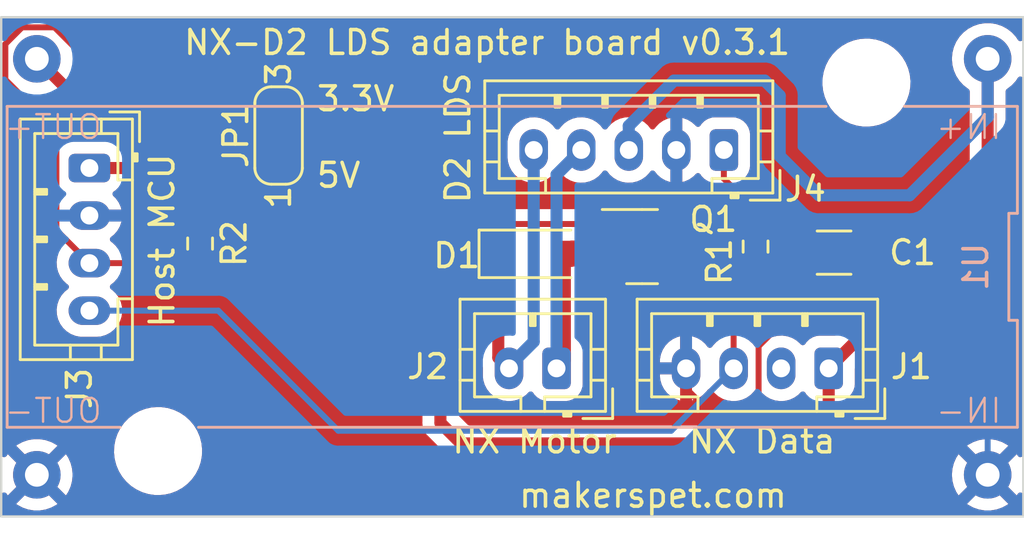
<source format=kicad_pcb>
(kicad_pcb (version 20221018) (generator pcbnew)
  (title_block (title "Neato XV11/Delta-2A/B/G LDS Adaptor") (date "2024-03-08") (rev "0.3.1") (company "makerspet.com"))
  (layers (0 "F.Cu" signal) (31 "B.Cu" signal) (34 "B.Paste" user) (35 "F.Paste" user) (36 "B.SilkS" user "B.Silkscreen") (37 "F.SilkS" user "F.Silkscreen") (38 "B.Mask" user) (39 "F.Mask" user) (44 "Edge.Cuts" user))
  (net 0 "")
  (net 1 "+5V")
  (net 2 "/MOT-")
  (net 4 "/TX")
  (net 5 "GND")
  (net 6 "/MOT+")
  (net 7 "/MOT_EN")
  (net 8 "+3.3V")
  (net 9 "Net-(J4-Pin_1)")
  (footprint "Package_TO_SOT_SMD:SOT-23" (layer "F.Cu") (at 105.4608 49.149)
    (fp_text reference "Q1" (at 2.9972 -1.143) (layer "F.SilkS"))
    (fp_text value "AS2302" hide)
    (fp_line (start 0 -1.56) (end -1.675 -1.56) (stroke (width 0.12)) (layer "F.SilkS"))
    (fp_line (start 0 -1.56) (end 0.65 -1.56) (stroke (width 0.12)) (layer "F.SilkS"))
    (fp_line (start 0 1.56) (end -0.65 1.56) (stroke (width 0.12)) (layer "F.SilkS"))
    (fp_line (start 0 1.56) (end 0.65 1.56) (stroke (width 0.12)) (layer "F.SilkS"))
    (pad "1" smd roundrect (at -0.9375 -0.95) (size 1.475 0.6) (layers "F.Cu" "F.Paste" "F.Mask") (net 7 "/MOT_EN"))
    (pad "2" smd roundrect (at -0.9375 0.95) (size 1.475 0.6) (layers "F.Cu" "F.Paste" "F.Mask") (net 5 "GND"))
    (pad "3" smd roundrect (at 0.9375 0) (size 1.475 0.6) (layers "F.Cu" "F.Paste" "F.Mask") (net 2 "/MOT-"))
  )
  (footprint "Connector_JST:JST_PH_B4B-PH-K_1x04_P2.00mm_Vertical" (layer "F.Cu") (at 82.211 45.8442 -90)
    (fp_text reference "J3" (at 9.2738 0.423 90) (layer "F.SilkS"))
    (fp_text value "JST PH B4B Vert" hide)
    (fp_line (start -2.36 -2.11) (end -2.36 -0.86) (stroke (width 0.12)) (layer "F.SilkS"))
    (fp_line (start -2.06 -1.81) (end -2.06 2.91) (stroke (width 0.12)) (layer "F.SilkS"))
    (fp_line (start -2.06 -0.5) (end -1.45 -0.5) (stroke (width 0.12)) (layer "F.SilkS"))
    (fp_line (start -2.06 0.8) (end -1.45 0.8) (stroke (width 0.12)) (layer "F.SilkS"))
    (fp_line (start -2.06 2.91) (end 8.06 2.91) (stroke (width 0.12)) (layer "F.SilkS"))
    (fp_line (start -1.45 -1.2) (end -1.45 2.3) (stroke (width 0.12)) (layer "F.SilkS"))
    (fp_line (start -1.45 2.3) (end 7.45 2.3) (stroke (width 0.12)) (layer "F.SilkS"))
    (fp_line (start -1.11 -2.11) (end -2.36 -2.11) (stroke (width 0.12)) (layer "F.SilkS"))
    (fp_line (start -0.6 -2.01) (end -0.6 -1.81) (stroke (width 0.12)) (layer "F.SilkS"))
    (fp_line (start -0.3 -2.01) (end -0.6 -2.01) (stroke (width 0.12)) (layer "F.SilkS"))
    (fp_line (start -0.3 -1.91) (end -0.6 -1.91) (stroke (width 0.12)) (layer "F.SilkS"))
    (fp_line (start -0.3 -1.81) (end -0.3 -2.01) (stroke (width 0.12)) (layer "F.SilkS"))
    (fp_line (start 0.5 -1.81) (end 0.5 -1.2) (stroke (width 0.12)) (layer "F.SilkS"))
    (fp_line (start 0.5 -1.2) (end -1.45 -1.2) (stroke (width 0.12)) (layer "F.SilkS"))
    (fp_line (start 0.9 1.8) (end 1.1 1.8) (stroke (width 0.12)) (layer "F.SilkS"))
    (fp_line (start 0.9 2.3) (end 0.9 1.8) (stroke (width 0.12)) (layer "F.SilkS"))
    (fp_line (start 1 2.3) (end 1 1.8) (stroke (width 0.12)) (layer "F.SilkS"))
    (fp_line (start 1.1 1.8) (end 1.1 2.3) (stroke (width 0.12)) (layer "F.SilkS"))
    (fp_line (start 2.9 1.8) (end 3.1 1.8) (stroke (width 0.12)) (layer "F.SilkS"))
    (fp_line (start 2.9 2.3) (end 2.9 1.8) (stroke (width 0.12)) (layer "F.SilkS"))
    (fp_line (start 3 2.3) (end 3 1.8) (stroke (width 0.12)) (layer "F.SilkS"))
    (fp_line (start 3.1 1.8) (end 3.1 2.3) (stroke (width 0.12)) (layer "F.SilkS"))
    (fp_line (start 4.9 1.8) (end 5.1 1.8) (stroke (width 0.12)) (layer "F.SilkS"))
    (fp_line (start 4.9 2.3) (end 4.9 1.8) (stroke (width 0.12)) (layer "F.SilkS"))
    (fp_line (start 5 2.3) (end 5 1.8) (stroke (width 0.12)) (layer "F.SilkS"))
    (fp_line (start 5.1 1.8) (end 5.1 2.3) (stroke (width 0.12)) (layer "F.SilkS"))
    (fp_line (start 5.5 -1.2) (end 5.5 -1.81) (stroke (width 0.12)) (layer "F.SilkS"))
    (fp_line (start 7.45 -1.2) (end 5.5 -1.2) (stroke (width 0.12)) (layer "F.SilkS"))
    (fp_line (start 7.45 2.3) (end 7.45 -1.2) (stroke (width 0.12)) (layer "F.SilkS"))
    (fp_line (start 8.06 -1.81) (end -2.06 -1.81) (stroke (width 0.12)) (layer "F.SilkS"))
    (fp_line (start 8.06 -0.5) (end 7.45 -0.5) (stroke (width 0.12)) (layer "F.SilkS"))
    (fp_line (start 8.06 0.8) (end 7.45 0.8) (stroke (width 0.12)) (layer "F.SilkS"))
    (fp_line (start 8.06 2.91) (end 8.06 -1.81) (stroke (width 0.12)) (layer "F.SilkS"))
    (pad "1" thru_hole roundrect (at 0 0 270) (size 1.2 1.75) (drill 0.75) (layers "*.Cu" "*.Mask") (roundrect_rratio 0.2083333333) (net 1 "+5V"))
    (pad "2" thru_hole oval (at 2 0 270) (size 1.2 1.75) (drill 0.75) (layers "*.Cu" "*.Mask") (net 5 "GND"))
    (pad "3" thru_hole oval (at 4 0 270) (size 1.2 1.75) (drill 0.75) (layers "*.Cu" "*.Mask") (net 7 "/MOT_EN"))
    (pad "4" thru_hole oval (at 6 0 270) (size 1.2 1.75) (drill 0.75) (layers "*.Cu" "*.Mask") (net 4 "/TX"))
  )
  (footprint "Diode_SMD:D_SOD-123F" (layer "F.Cu") (at 100.8126 49.4538)
    (fp_text reference "D1" (at -3.1496 0.0762) (layer "F.SilkS"))
    (fp_text value "FS26" hide)
    (fp_line (start -2.21 -1) (end -2.21 1) (stroke (width 0.12)) (layer "F.SilkS"))
    (fp_line (start -2.21 -1) (end 1.65 -1) (stroke (width 0.12)) (layer "F.SilkS"))
    (fp_line (start -2.21 1) (end 1.65 1) (stroke (width 0.12)) (layer "F.SilkS"))
    (pad "1" smd roundrect (at -1.4 0) (size 1.1 1.1) (layers "F.Cu" "F.Paste" "F.Mask") (roundrect_rratio 0.2272727273) (net 6 "/MOT+"))
    (pad "2" smd roundrect (at 1.4 0) (size 1.1 1.1) (layers "F.Cu" "F.Paste" "F.Mask") (roundrect_rratio 0.2272727273) (net 2 "/MOT-"))
  )
  (footprint "Resistor_SMD:R_0603_1608Metric" (layer "F.Cu") (at 110.236 49.149 90)
    (fp_text reference "R1" (at -0.635 -1.524 90) (layer "F.SilkS"))
    (fp_text value "10k" hide)
    (fp_line (start -0.237258 -0.5225) (end 0.237258 -0.5225) (stroke (width 0.12)) (layer "F.SilkS"))
    (fp_line (start -0.237258 0.5225) (end 0.237258 0.5225) (stroke (width 0.12)) (layer "F.SilkS"))
    (pad "1" smd roundrect (at -0.825 0 90) (size 0.8 0.95) (layers "F.Cu" "F.Paste" "F.Mask") (net 4 "/TX"))
    (pad "2" smd roundrect (at 0.825 0 90) (size 0.8 0.95) (layers "F.Cu" "F.Paste" "F.Mask") (net 9 "Net-(J4-Pin_1)"))
  )
  (footprint "Connector_JST:JST_PH_B5B-PH-K_1x05_P2.00mm_Vertical" (layer "F.Cu") (at 108.902 45.085 180)
    (fp_text reference "J4" (at -3.429 -1.651) (layer "F.SilkS"))
    (fp_text value "DNP JST PH2.0 B5B Vert" hide)
    (fp_line (start -2.36 -2.11) (end -2.36 -0.86) (stroke (width 0.12)) (layer "F.SilkS"))
    (fp_line (start -2.06 -1.81) (end -2.06 2.91) (stroke (width 0.12)) (layer "F.SilkS"))
    (fp_line (start -2.06 -0.5) (end -1.45 -0.5) (stroke (width 0.12)) (layer "F.SilkS"))
    (fp_line (start -2.06 0.8) (end -1.45 0.8) (stroke (width 0.12)) (layer "F.SilkS"))
    (fp_line (start -2.06 2.91) (end 10.06 2.91) (stroke (width 0.12)) (layer "F.SilkS"))
    (fp_line (start -1.45 -1.2) (end -1.45 2.3) (stroke (width 0.12)) (layer "F.SilkS"))
    (fp_line (start -1.45 2.3) (end 9.45 2.3) (stroke (width 0.12)) (layer "F.SilkS"))
    (fp_line (start -1.11 -2.11) (end -2.36 -2.11) (stroke (width 0.12)) (layer "F.SilkS"))
    (fp_line (start -0.6 -2.01) (end -0.6 -1.81) (stroke (width 0.12)) (layer "F.SilkS"))
    (fp_line (start -0.3 -2.01) (end -0.6 -2.01) (stroke (width 0.12)) (layer "F.SilkS"))
    (fp_line (start -0.3 -1.91) (end -0.6 -1.91) (stroke (width 0.12)) (layer "F.SilkS"))
    (fp_line (start -0.3 -1.81) (end -0.3 -2.01) (stroke (width 0.12)) (layer "F.SilkS"))
    (fp_line (start 0.5 -1.81) (end 0.5 -1.2) (stroke (width 0.12)) (layer "F.SilkS"))
    (fp_line (start 0.5 -1.2) (end -1.45 -1.2) (stroke (width 0.12)) (layer "F.SilkS"))
    (fp_line (start 0.9 1.8) (end 1.1 1.8) (stroke (width 0.12)) (layer "F.SilkS"))
    (fp_line (start 0.9 2.3) (end 0.9 1.8) (stroke (width 0.12)) (layer "F.SilkS"))
    (fp_line (start 1 2.3) (end 1 1.8) (stroke (width 0.12)) (layer "F.SilkS"))
    (fp_line (start 1.1 1.8) (end 1.1 2.3) (stroke (width 0.12)) (layer "F.SilkS"))
    (fp_line (start 2.9 1.8) (end 3.1 1.8) (stroke (width 0.12)) (layer "F.SilkS"))
    (fp_line (start 2.9 2.3) (end 2.9 1.8) (stroke (width 0.12)) (layer "F.SilkS"))
    (fp_line (start 3 2.3) (end 3 1.8) (stroke (width 0.12)) (layer "F.SilkS"))
    (fp_line (start 3.1 1.8) (end 3.1 2.3) (stroke (width 0.12)) (layer "F.SilkS"))
    (fp_line (start 4.9 1.8) (end 5.1 1.8) (stroke (width 0.12)) (layer "F.SilkS"))
    (fp_line (start 4.9 2.3) (end 4.9 1.8) (stroke (width 0.12)) (layer "F.SilkS"))
    (fp_line (start 5 2.3) (end 5 1.8) (stroke (width 0.12)) (layer "F.SilkS"))
    (fp_line (start 5.1 1.8) (end 5.1 2.3) (stroke (width 0.12)) (layer "F.SilkS"))
    (fp_line (start 6.9 1.8) (end 7.1 1.8) (stroke (width 0.12)) (layer "F.SilkS"))
    (fp_line (start 6.9 2.3) (end 6.9 1.8) (stroke (width 0.12)) (layer "F.SilkS"))
    (fp_line (start 7 2.3) (end 7 1.8) (stroke (width 0.12)) (layer "F.SilkS"))
    (fp_line (start 7.1 1.8) (end 7.1 2.3) (stroke (width 0.12)) (layer "F.SilkS"))
    (fp_line (start 7.5 -1.2) (end 7.5 -1.81) (stroke (width 0.12)) (layer "F.SilkS"))
    (fp_line (start 9.45 -1.2) (end 7.5 -1.2) (stroke (width 0.12)) (layer "F.SilkS"))
    (fp_line (start 9.45 2.3) (end 9.45 -1.2) (stroke (width 0.12)) (layer "F.SilkS"))
    (fp_line (start 10.06 -1.81) (end -2.06 -1.81) (stroke (width 0.12)) (layer "F.SilkS"))
    (fp_line (start 10.06 -0.5) (end 9.45 -0.5) (stroke (width 0.12)) (layer "F.SilkS"))
    (fp_line (start 10.06 0.8) (end 9.45 0.8) (stroke (width 0.12)) (layer "F.SilkS"))
    (fp_line (start 10.06 2.91) (end 10.06 -1.81) (stroke (width 0.12)) (layer "F.SilkS"))
    (pad "1" thru_hole roundrect (at 0 0 180) (size 1.2 1.75) (drill 0.75) (layers "*.Cu" "*.Mask") (roundrect_rratio 0.2083333333) (net 9 "Net-(J4-Pin_1)"))
    (pad "2" thru_hole oval (at 2 0 180) (size 1.2 1.75) (drill 0.75) (layers "*.Cu" "*.Mask") (net 5 "GND"))
    (pad "3" thru_hole oval (at 4 0 180) (size 1.2 1.75) (drill 0.75) (layers "*.Cu" "*.Mask") (net 1 "+5V"))
    (pad "4" thru_hole oval (at 6 0 180) (size 1.2 1.75) (drill 0.75) (layers "*.Cu" "*.Mask") (net 2 "/MOT-"))
    (pad "5" thru_hole oval (at 8 0 180) (size 1.2 1.75) (drill 0.75) (layers "*.Cu" "*.Mask") (net 6 "/MOT+"))
  )
  (footprint "Connector_JST:JST_PH_B2B-PH-K_1x02_P2.00mm_Vertical" (layer "F.Cu") (at 101.8634 54.271 180)
    (fp_text reference "J2" (at 5.4196 0.071) (layer "F.SilkS"))
    (fp_text value "JST PH2.0 B2B Vert" hide)
    (fp_line (start -2.36 -2.11) (end -2.36 -0.86) (stroke (width 0.12)) (layer "F.SilkS"))
    (fp_line (start -2.06 -1.81) (end -2.06 2.91) (stroke (width 0.12)) (layer "F.SilkS"))
    (fp_line (start -2.06 -0.5) (end -1.45 -0.5) (stroke (width 0.12)) (layer "F.SilkS"))
    (fp_line (start -2.06 0.8) (end -1.45 0.8) (stroke (width 0.12)) (layer "F.SilkS"))
    (fp_line (start -2.06 2.91) (end 4.06 2.91) (stroke (width 0.12)) (layer "F.SilkS"))
    (fp_line (start -1.45 -1.2) (end -1.45 2.3) (stroke (width 0.12)) (layer "F.SilkS"))
    (fp_line (start -1.45 2.3) (end 3.45 2.3) (stroke (width 0.12)) (layer "F.SilkS"))
    (fp_line (start -1.11 -2.11) (end -2.36 -2.11) (stroke (width 0.12)) (layer "F.SilkS"))
    (fp_line (start -0.6 -2.01) (end -0.6 -1.81) (stroke (width 0.12)) (layer "F.SilkS"))
    (fp_line (start -0.3 -2.01) (end -0.6 -2.01) (stroke (width 0.12)) (layer "F.SilkS"))
    (fp_line (start -0.3 -1.91) (end -0.6 -1.91) (stroke (width 0.12)) (layer "F.SilkS"))
    (fp_line (start -0.3 -1.81) (end -0.3 -2.01) (stroke (width 0.12)) (layer "F.SilkS"))
    (fp_line (start 0.5 -1.81) (end 0.5 -1.2) (stroke (width 0.12)) (layer "F.SilkS"))
    (fp_line (start 0.5 -1.2) (end -1.45 -1.2) (stroke (width 0.12)) (layer "F.SilkS"))
    (fp_line (start 0.9 1.8) (end 1.1 1.8) (stroke (width 0.12)) (layer "F.SilkS"))
    (fp_line (start 0.9 2.3) (end 0.9 1.8) (stroke (width 0.12)) (layer "F.SilkS"))
    (fp_line (start 1 2.3) (end 1 1.8) (stroke (width 0.12)) (layer "F.SilkS"))
    (fp_line (start 1.1 1.8) (end 1.1 2.3) (stroke (width 0.12)) (layer "F.SilkS"))
    (fp_line (start 1.5 -1.2) (end 1.5 -1.81) (stroke (width 0.12)) (layer "F.SilkS"))
    (fp_line (start 3.45 -1.2) (end 1.5 -1.2) (stroke (width 0.12)) (layer "F.SilkS"))
    (fp_line (start 3.45 2.3) (end 3.45 -1.2) (stroke (width 0.12)) (layer "F.SilkS"))
    (fp_line (start 4.06 -1.81) (end -2.06 -1.81) (stroke (width 0.12)) (layer "F.SilkS"))
    (fp_line (start 4.06 -0.5) (end 3.45 -0.5) (stroke (width 0.12)) (layer "F.SilkS"))
    (fp_line (start 4.06 0.8) (end 3.45 0.8) (stroke (width 0.12)) (layer "F.SilkS"))
    (fp_line (start 4.06 2.91) (end 4.06 -1.81) (stroke (width 0.12)) (layer "F.SilkS"))
    (pad "1" thru_hole roundrect (at 0 0 180) (size 1.2 1.75) (drill 0.75) (layers "*.Cu" "*.Mask") (roundrect_rratio 0.2083333333) (net 2 "/MOT-"))
    (pad "2" thru_hole oval (at 2 0 180) (size 1.2 1.75) (drill 0.75) (layers "*.Cu" "*.Mask") (net 6 "/MOT+"))
  )
  (footprint "Jumper:SolderJumper-3_P1.3mm_Bridged12_RoundedPad1.0x1.5mm_NumberLabels" (layer "F.Cu") (at 90.17 44.4754 90)
    (fp_text reference "JP1" (at 0 -1.8 90) (layer "F.SilkS"))
    (fp_text value "SolderJumper_3_Bridged12" hide)
    (fp_text user "3" (at 2.6 0 90) (layer "F.SilkS"))
    (fp_text user "1" (at -2.6 0 90) (layer "F.SilkS"))
    (fp_poly (pts (xy -0.9 -0.3) (xy -0.4 -0.3) (xy -0.4 0.3) (xy -0.9 0.3)) (fill solid) (layer "F.Cu"))
    (fp_line (start -2.05 0.3) (end -2.05 -0.3) (stroke (width 0.12)) (layer "F.SilkS"))
    (fp_line (start -1.4 -1) (end 1.4 -1) (stroke (width 0.12)) (layer "F.SilkS"))
    (fp_line (start 1.4 1) (end -1.4 1) (stroke (width 0.12)) (layer "F.SilkS"))
    (fp_line (start 2.05 -0.3) (end 2.05 0.3) (stroke (width 0.12)) (layer "F.SilkS"))
    (fp_arc (start -2.05 -0.3) (mid -1.844975 -0.794975) (end -1.35 -1) (stroke (width 0.12)) (layer "F.SilkS"))
    (fp_arc (start -1.35 1) (mid -1.844975 0.794975) (end -2.05 0.3) (stroke (width 0.12)) (layer "F.SilkS"))
    (fp_arc (start 1.35 -1) (mid 1.844975 -0.794975) (end 2.05 -0.3) (stroke (width 0.12)) (layer "F.SilkS"))
    (fp_arc (start 2.05 0.3) (mid 1.844975 0.794975) (end 1.35 1) (stroke (width 0.12)) (layer "F.SilkS"))
    (pad "1" smd custom (at -1.3 0 90) (size 1 0.5) (layers "F.Cu" "F.Mask") (net 1 "+5V") (options (clearance outline) (anchor rect)) (primitives (gr_poly (pts (xy 0.55 0.75) (xy 0 0.75) (xy 0 -0.75) (xy 0.55 -0.75)) (width 0) (fill yes)) (gr_circle (center 0 0.25) (end 0.5 0.25) (width 0) (fill yes)) (gr_circle (center 0 -0.25) (end 0.5 -0.25) (width 0) (fill yes))))
    (pad "2" smd rect (at 0 0 90) (size 1 1.5) (layers "F.Cu" "F.Mask") (net 6 "/MOT+"))
    (pad "3" smd custom (at 1.3 0 90) (size 1 0.5) (layers "F.Cu" "F.Mask") (net 8 "+3.3V") (options (clearance outline) (anchor rect)) (primitives (gr_circle (center 0 0.25) (end 0.5 0.25) (width 0) (fill yes)) (gr_circle (center 0 -0.25) (end 0.5 -0.25) (width 0) (fill yes)) (gr_poly (pts (xy 0 0.75) (xy -0.55 0.75) (xy -0.55 -0.75) (xy 0 -0.75)) (width 0) (fill yes))))
  )
  (footprint "MountingHole:MountingHole_3.2mm_M3" (layer "F.Cu") (at 114.9 42.25)
    (fp_text reference "H2" hide)
    (fp_text value "MountingHole" hide)
    (pad "" np_thru_hole circle (at 0 0) (size 3.2 3.2) (drill 3.2) (layers "*.Cu" "*.Mask"))
  )
  (footprint "Connector_JST:JST_PH_B4B-PH-K_1x04_P2.00mm_Vertical" (layer "F.Cu") (at 113.3122 54.271 180)
    (fp_text reference "J1" (at -3.477 0.071) (layer "F.SilkS"))
    (fp_text value "JST PH2.0 B4B Vert" hide)
    (fp_line (start -2.36 -2.11) (end -2.36 -0.86) (stroke (width 0.12)) (layer "F.SilkS"))
    (fp_line (start -2.06 -1.81) (end -2.06 2.91) (stroke (width 0.12)) (layer "F.SilkS"))
    (fp_line (start -2.06 -0.5) (end -1.45 -0.5) (stroke (width 0.12)) (layer "F.SilkS"))
    (fp_line (start -2.06 0.8) (end -1.45 0.8) (stroke (width 0.12)) (layer "F.SilkS"))
    (fp_line (start -2.06 2.91) (end 8.06 2.91) (stroke (width 0.12)) (layer "F.SilkS"))
    (fp_line (start -1.45 -1.2) (end -1.45 2.3) (stroke (width 0.12)) (layer "F.SilkS"))
    (fp_line (start -1.45 2.3) (end 7.45 2.3) (stroke (width 0.12)) (layer "F.SilkS"))
    (fp_line (start -1.11 -2.11) (end -2.36 -2.11) (stroke (width 0.12)) (layer "F.SilkS"))
    (fp_line (start -0.6 -2.01) (end -0.6 -1.81) (stroke (width 0.12)) (layer "F.SilkS"))
    (fp_line (start -0.3 -2.01) (end -0.6 -2.01) (stroke (width 0.12)) (layer "F.SilkS"))
    (fp_line (start -0.3 -1.91) (end -0.6 -1.91) (stroke (width 0.12)) (layer "F.SilkS"))
    (fp_line (start -0.3 -1.81) (end -0.3 -2.01) (stroke (width 0.12)) (layer "F.SilkS"))
    (fp_line (start 0.5 -1.81) (end 0.5 -1.2) (stroke (width 0.12)) (layer "F.SilkS"))
    (fp_line (start 0.5 -1.2) (end -1.45 -1.2) (stroke (width 0.12)) (layer "F.SilkS"))
    (fp_line (start 0.9 1.8) (end 1.1 1.8) (stroke (width 0.12)) (layer "F.SilkS"))
    (fp_line (start 0.9 2.3) (end 0.9 1.8) (stroke (width 0.12)) (layer "F.SilkS"))
    (fp_line (start 1 2.3) (end 1 1.8) (stroke (width 0.12)) (layer "F.SilkS"))
    (fp_line (start 1.1 1.8) (end 1.1 2.3) (stroke (width 0.12)) (layer "F.SilkS"))
    (fp_line (start 2.9 1.8) (end 3.1 1.8) (stroke (width 0.12)) (layer "F.SilkS"))
    (fp_line (start 2.9 2.3) (end 2.9 1.8) (stroke (width 0.12)) (layer "F.SilkS"))
    (fp_line (start 3 2.3) (end 3 1.8) (stroke (width 0.12)) (layer "F.SilkS"))
    (fp_line (start 3.1 1.8) (end 3.1 2.3) (stroke (width 0.12)) (layer "F.SilkS"))
    (fp_line (start 4.9 1.8) (end 5.1 1.8) (stroke (width 0.12)) (layer "F.SilkS"))
    (fp_line (start 4.9 2.3) (end 4.9 1.8) (stroke (width 0.12)) (layer "F.SilkS"))
    (fp_line (start 5 2.3) (end 5 1.8) (stroke (width 0.12)) (layer "F.SilkS"))
    (fp_line (start 5.1 1.8) (end 5.1 2.3) (stroke (width 0.12)) (layer "F.SilkS"))
    (fp_line (start 5.5 -1.2) (end 5.5 -1.81) (stroke (width 0.12)) (layer "F.SilkS"))
    (fp_line (start 7.45 -1.2) (end 5.5 -1.2) (stroke (width 0.12)) (layer "F.SilkS"))
    (fp_line (start 7.45 2.3) (end 7.45 -1.2) (stroke (width 0.12)) (layer "F.SilkS"))
    (fp_line (start 8.06 -1.81) (end -2.06 -1.81) (stroke (width 0.12)) (layer "F.SilkS"))
    (fp_line (start 8.06 -0.5) (end 7.45 -0.5) (stroke (width 0.12)) (layer "F.SilkS"))
    (fp_line (start 8.06 0.8) (end 7.45 0.8) (stroke (width 0.12)) (layer "F.SilkS"))
    (fp_line (start 8.06 2.91) (end 8.06 -1.81) (stroke (width 0.12)) (layer "F.SilkS"))
    (pad "1" thru_hole roundrect (at 0 0 180) (size 1.2 1.75) (drill 0.75) (layers "*.Cu" "*.Mask") (roundrect_rratio 0.2083333333) (net 1 "+5V"))
    (pad "2" thru_hole oval (at 2 0 180) (size 1.2 1.75) (drill 0.75) (layers "*.Cu" "*.Mask"))
    (pad "3" thru_hole oval (at 4 0 180) (size 1.2 1.75) (drill 0.75) (layers "*.Cu" "*.Mask") (net 4 "/TX"))
    (pad "4" thru_hole oval (at 6 0 180) (size 1.2 1.75) (drill 0.75) (layers "*.Cu" "*.Mask") (net 5 "GND"))
  )
  (footprint "Capacitor_SMD:C_1206_3216Metric" (layer "F.Cu") (at 113.538 49.403 180)
    (fp_text reference "C1" (at -3.302 0) (layer "F.SilkS"))
    (fp_text value "100uF" hide)
    (fp_line (start -0.711252 -0.91) (end 0.711252 -0.91) (stroke (width 0.12)) (layer "F.SilkS"))
    (fp_line (start -0.711252 0.91) (end 0.711252 0.91) (stroke (width 0.12)) (layer "F.SilkS"))
    (pad "1" smd roundrect (at -1.475 0 180) (size 1.15 1.8) (layers "F.Cu" "F.Paste" "F.Mask") (roundrect_rratio 0.2173913043) (net 1 "+5V"))
    (pad "2" smd roundrect (at 1.475 0 180) (size 1.15 1.8) (layers "F.Cu" "F.Paste" "F.Mask") (roundrect_rratio 0.2173913043) (net 5 "GND"))
  )
  (footprint "MountingHole:MountingHole_3.2mm_M3" (layer "F.Cu") (at 85.1 57.75)
    (fp_text reference "H1" hide)
    (fp_text value "MountingHole" hide)
    (pad "" np_thru_hole circle (at 0 0) (size 3.2 3.2) (drill 3.2) (layers "*.Cu" "*.Mask"))
  )
  (footprint "Resistor_SMD:R_0603_1608Metric" (layer "F.Cu") (at 86.868 49.022 -90)
    (fp_text reference "R2" (at 0 -1.43 90) (layer "F.SilkS"))
    (fp_text value "10k" hide)
    (fp_line (start -0.237258 -0.5225) (end 0.237258 -0.5225) (stroke (width 0.12)) (layer "F.SilkS"))
    (fp_line (start -0.237258 0.5225) (end 0.237258 0.5225) (stroke (width 0.12)) (layer "F.SilkS"))
    (pad "1" smd roundrect (at -0.825 0 270) (size 0.8 0.95) (layers "F.Cu" "F.Paste" "F.Mask") (net 5 "GND"))
    (pad "2" smd roundrect (at 0.825 0 270) (size 0.8 0.95) (layers "F.Cu" "F.Paste" "F.Mask") (net 7 "/MOT_EN"))
  )
  (footprint "Makerspet:LM2596 Module" (layer "B.Cu") (at 100 50 180)
    (fp_text reference "U1" (at -19.5 0 90) (layer "B.SilkS") (effects (justify mirror)))
    (fp_text value "DNP LM2596" hide)
    (fp_text user "IN+" (at -20.65 5.296 unlocked) (layer "B.SilkS") (effects (font (thickness 0.1)) (justify left bottom mirror)))
    (fp_text user "IN-" (at -20.65 -6.642 unlocked) (layer "B.SilkS") (effects (font (thickness 0.1)) (justify left bottom mirror)))
    (fp_text user "OUT+" (at 17.196 5.296 unlocked) (layer "B.SilkS") (effects (font (thickness 0.1)) (justify left bottom mirror)))
    (fp_text user "OUT-" (at 17.196 -6.642 unlocked) (layer "B.SilkS") (effects (font (thickness 0.1)) (justify left bottom mirror)))
    (fp_line (start -21.25 -6.75) (end 13.2 -6.75) (stroke (width 0.12)) (layer "B.SilkS"))
    (fp_line (start -21.25 -2.249999) (end -21.25 -6.749999) (stroke (width 0.12)) (layer "B.SilkS"))
    (fp_line (start -21.25 2.25) (end -20.89 2.25) (stroke (width 0.12)) (layer "B.SilkS"))
    (fp_line (start -21.25 6.75) (end -21.25 2.25) (stroke (width 0.12)) (layer "B.SilkS"))
    (fp_line (start -20.89 -2.249999) (end -21.25 -2.249999) (stroke (width 0.12)) (layer "B.SilkS"))
    (fp_line (start -20.89 2.25) (end -20.89 -2.249999) (stroke (width 0.12)) (layer "B.SilkS"))
    (fp_line (start -16.5 6.75) (end -21.25 6.75) (stroke (width 0.12)) (layer "B.SilkS"))
    (fp_line (start 16.5 -6.75) (end 21.25 -6.75) (stroke (width 0.12)) (layer "B.SilkS"))
    (fp_line (start 21.25 -6.75) (end 21.25 6.749999) (stroke (width 0.12)) (layer "B.SilkS"))
    (fp_line (start 21.25 6.75) (end -13.2 6.75) (stroke (width 0.12)) (layer "B.SilkS"))
    (pad "1" thru_hole circle (at -20 -8.75 180) (size 2 2) (drill 1) (layers "*.Cu" "*.Mask") (net 5 "GND"))
    (pad "2" thru_hole circle (at 20 -8.75 180) (size 2 2) (drill 1) (layers "*.Cu" "*.Mask") (net 5 "GND"))
    (pad "3" thru_hole circle (at 20 8.75 180) (size 2 2) (drill 1) (layers "*.Cu" "*.Mask") (net 8 "+3.3V"))
    (pad "4" thru_hole circle (at -20 8.75 180) (size 2 2) (drill 1) (layers "*.Cu" "*.Mask") (net 1 "+5V"))
  )
  (gr_rect (start 78.5 39.5) (end 121.5 60.5) (stroke (width 0.1)) (fill none) (layer "Edge.Cuts"))
  (gr_text "D2 LDS" (at 98.298 44.577 90) (layer "F.SilkS") (effects (font (size 1 1)) (justify bottom)))
  (gr_text "3.3V\n\n5V" (at 91.694 46.736) (layer "F.SilkS") (effects (font (size 1 1)) (justify left bottom)))
  (gr_text "makerspet.com" (at 100.203 60.198) (layer "F.SilkS") (effects (font (size 1 1)) (justify left bottom)))
  (gr_text "NX Motor    NX Data" (at 105.537 57.912) (layer "F.SilkS") (effects (font (size 1 1)) (justify bottom)))
  (gr_text "NX-D2 LDS adapter board v0.3.1" (at 86.106 41.148) (layer "F.SilkS") (effects (font (size 1 1)) (justify left bottom)))
  (gr_text "Host MCU" (at 85.852 48.895 90) (layer "F.SilkS") (effects (font (size 1 1)) (justify bottom)))
  (segment (start 112.8014 57.4294) (end 97.8408 57.4294) (width 0.508) (layer "F.Cu") (net 1))
  (segment (start 94.4164 45.7754) (end 90.17 45.7754) (width 0.508) (layer "F.Cu") (net 1))
  (segment (start 115.013 49.403) (end 116.5576 50.9476) (width 0.508) (layer "F.Cu") (net 1))
  (segment (start 116.5576 50.9476) (end 116.5576 51.0256) (width 0.508) (layer "F.Cu") (net 1))
  (segment (start 96.9772 48.3362) (end 94.4164 45.7754) (width 0.508) (layer "F.Cu") (net 1))
  (segment (start 96.9772 56.5658) (end 96.9772 48.3362) (width 0.508) (layer "F.Cu") (net 1))
  (segment (start 116.5576 51.0256) (end 113.3122 54.271) (width 0.508) (layer "F.Cu") (net 1))
  (segment (start 120 41.25) (end 120 47.5832) (width 0.508) (layer "F.Cu") (net 1))
  (segment (start 90.1012 45.8442) (end 90.17 45.7754) (width 0.508) (layer "F.Cu") (net 1))
  (segment (start 113.3122 54.271) (end 113.3122 56.9186) (width 0.508) (layer "F.Cu") (net 1))
  (segment (start 113.3122 56.9186) (end 112.8014 57.4294) (width 0.508) (layer "F.Cu") (net 1))
  (segment (start 97.8408 57.4294) (end 96.9772 56.5658) (width 0.508) (layer "F.Cu") (net 1))
  (segment (start 82.211 45.8442) (end 90.1012 45.8442) (width 0.508) (layer "F.Cu") (net 1))
  (segment (start 120 47.5832) (end 116.5576 51.0256) (width 0.508) (layer "F.Cu") (net 1))
  (segment (start 104.902 45.085) (end 104.902 44.069) (width 0.508) (layer "B.Cu") (net 1))
  (segment (start 111.252 45.339) (end 112.903 46.99) (width 0.508) (layer "B.Cu") (net 1))
  (segment (start 106.807 42.164) (end 110.617 42.164) (width 0.508) (layer "B.Cu") (net 1))
  (segment (start 111.252 42.799) (end 111.252 45.339) (width 0.508) (layer "B.Cu") (net 1))
  (segment (start 110.617 42.164) (end 111.252 42.799) (width 0.508) (layer "B.Cu") (net 1))
  (segment (start 116.713 46.99) (end 120 43.703) (width 0.508) (layer "B.Cu") (net 1))
  (segment (start 112.903 46.99) (end 116.713 46.99) (width 0.508) (layer "B.Cu") (net 1))
  (segment (start 120 43.703) (end 120 41.25) (width 0.508) (layer "B.Cu") (net 1))
  (segment (start 104.902 44.069) (end 106.807 42.164) (width 0.508) (layer "B.Cu") (net 1))
  (segment (start 106.3983 49.149) (end 102.5174 49.149) (width 0.508) (layer "F.Cu") (net 2))
  (segment (start 102.2126 49.4538) (end 102.2126 53.9218) (width 0.508) (layer "F.Cu") (net 2))
  (segment (start 102.2126 53.9218) (end 101.8634 54.271) (width 0.508) (layer "F.Cu") (net 2))
  (segment (start 102.5174 49.149) (end 102.2126 49.4538) (width 0.508) (layer "F.Cu") (net 2))
  (segment (start 101.8634 46.1236) (end 101.8634 54.271) (width 0.508) (layer "B.Cu") (net 2))
  (segment (start 102.902 45.085) (end 101.8634 46.1236) (width 0.508) (layer "B.Cu") (net 2))
  (segment (start 109.3122 54.271) (end 109.3122 52.3588) (width 0.25) (layer "F.Cu") (net 4))
  (segment (start 110.236 49.974) (end 110.236 51.435) (width 0.25) (layer "F.Cu") (net 4))
  (segment (start 109.3122 52.3588) (end 110.236 51.435) (width 0.25) (layer "F.Cu") (net 4))
  (segment (start 109.3122 54.271) (end 107.0011 56.5821) (width 0.25) (layer "B.Cu") (net 4))
  (segment (start 107.0011 56.5821) (end 106.6872 56.896) (width 0.25) (layer "B.Cu") (net 4))
  (segment (start 106.6872 56.896) (end 92.6846 56.896) (width 0.25) (layer "B.Cu") (net 4))
  (segment (start 87.6328 51.8442) (end 82.211 51.8442) (width 0.25) (layer "B.Cu") (net 4))
  (segment (start 92.6846 56.896) (end 87.6328 51.8442) (width 0.25) (layer "B.Cu") (net 4))
  (segment (start 108.077 55.88) (end 107.3122 55.1152) (width 0.25) (layer "F.Cu") (net 5))
  (segment (start 104.5233 50.099) (end 104.5233 52.9359) (width 0.25) (layer "F.Cu") (net 5))
  (segment (start 85.598 48.197) (end 85.408 48.197) (width 0.25) (layer "F.Cu") (net 5))
  (segment (start 88.138 47.244) (end 87.884 46.99) (width 0.25) (layer "F.Cu") (net 5))
  (segment (start 110.363 55.372) (end 109.855 55.88) (width 0.25) (layer "F.Cu") (net 5))
  (segment (start 80 58.75) (end 88.138 50.612) (width 0.25) (layer "F.Cu") (net 5))
  (segment (start 105.8584 54.271) (end 107.3122 54.271) (width 0.25) (layer "F.Cu") (net 5))
  (segment (start 109.855 55.88) (end 108.077 55.88) (width 0.25) (layer "F.Cu") (net 5))
  (segment (start 86.106 46.99) (end 85.598 47.498) (width 0.25) (layer "F.Cu") (net 5))
  (segment (start 85.598 47.498) (end 85.598 48.197) (width 0.25) (layer "F.Cu") (net 5))
  (segment (start 107.3122 55.1152) (end 107.3122 54.271) (width 0.25) (layer "F.Cu") (net 5))
  (segment (start 86.868 48.197) (end 85.598 48.197) (width 0.25) (layer "F.Cu") (net 5))
  (segment (start 88.138 50.612) (end 88.138 47.244) (width 0.25) (layer "F.Cu") (net 5))
  (segment (start 112.063 49.403) (end 112.063 51.64) (width 0.25) (layer "F.Cu") (net 5))
  (segment (start 85.0552 47.8442) (end 82.211 47.8442) (width 0.25) (layer "F.Cu") (net 5))
  (segment (start 87.884 46.99) (end 86.106 46.99) (width 0.25) (layer "F.Cu") (net 5))
  (segment (start 104.5233 52.9359) (end 105.8584 54.271) (width 0.25) (layer "F.Cu") (net 5))
  (segment (start 110.363 53.34) (end 110.363 55.372) (width 0.25) (layer "F.Cu") (net 5))
  (segment (start 112.063 51.64) (end 110.363 53.34) (width 0.25) (layer "F.Cu") (net 5))
  (segment (start 85.408 48.197) (end 85.0552 47.8442) (width 0.25) (layer "F.Cu") (net 5))
  (segment (start 120 58.75) (end 120 57.1096) (width 0.25) (layer "B.Cu") (net 5))
  (segment (start 92.5322 58.674) (end 87.5538 53.6956) (width 0.25) (layer "B.Cu") (net 5))
  (segment (start 120 57.1096) (end 114.4524 51.562) (width 0.25) (layer "B.Cu") (net 5))
  (segment (start 110.363 43.561) (end 110.363 51.562) (width 0.25) (layer "B.Cu") (net 5))
  (segment (start 120 58.75) (end 118.527 57.277) (width 0.25) (layer "B.Cu") (net 5))
  (segment (start 108.5596 51.562) (end 107.3122 52.8094) (width 0.25) (layer "B.Cu") (net 5))
  (segment (start 115.062 58.674) (end 92.5322 58.674) (width 0.25) (layer "B.Cu") (net 5))
  (segment (start 85.0544 53.6956) (end 80 58.75) (width 0.25) (layer "B.Cu") (net 5))
  (segment (start 107.3122 52.8094) (end 107.3122 54.271) (width 0.25) (layer "B.Cu") (net 5))
  (segment (start 106.902 45.085) (end 106.902 43.72) (width 0.25) (layer "B.Cu") (net 5))
  (segment (start 110.363 51.562) (end 108.5596 51.562) (width 0.25) (layer "B.Cu") (net 5))
  (segment (start 118.527 57.277) (end 116.459 57.277) (width 0.25) (layer "B.Cu") (net 5))
  (segment (start 106.902 43.72) (end 107.188 43.434) (width 0.25) (layer "B.Cu") (net 5))
  (segment (start 87.5538 53.6956) (end 85.0544 53.6956) (width 0.25) (layer "B.Cu") (net 5))
  (segment (start 107.188 43.434) (end 110.236 43.434) (width 0.25) (layer "B.Cu") (net 5))
  (segment (start 114.4524 51.562) (end 110.363 51.562) (width 0.25) (layer "B.Cu") (net 5))
  (segment (start 110.236 43.434) (end 110.363 43.561) (width 0.25) (layer "B.Cu") (net 5))
  (segment (start 116.459 57.277) (end 115.062 58.674) (width 0.25) (layer "B.Cu") (net 5))
  (segment (start 99.4126 53.8202) (end 99.8634 54.271) (width 0.508) (layer "F.Cu") (net 6))
  (segment (start 94.4342 44.4754) (end 99.4126 49.4538) (width 0.508) (layer "F.Cu") (net 6))
  (segment (start 99.4126 49.4538) (end 99.4126 53.8202) (width 0.508) (layer "F.Cu") (net 6))
  (segment (start 90.17 44.4754) (end 94.4342 44.4754) (width 0.508) (layer "F.Cu") (net 6))
  (segment (start 100.902 53.149) (end 99.8634 54.1876) (width 0.508) (layer "B.Cu") (net 6))
  (segment (start 100.902 45.085) (end 100.902 53.149) (width 0.508) (layer "B.Cu") (net 6))
  (segment (start 99.8634 54.1876) (end 99.8634 54.271) (width 0.508) (layer "B.Cu") (net 6))
  (segment (start 78.675 40.6288) (end 78.675 42.1244) (width 0.25) (layer "F.Cu") (net 7))
  (segment (start 86.8652 49.8442) (end 86.868 49.847) (width 0.25) (layer "F.Cu") (net 7))
  (segment (start 93.0656 42.0878) (end 82.9056 42.0878) (width 0.25) (layer "F.Cu") (net 7))
  (segment (start 78.675 42.1244) (end 80.8228 44.2722) (width 0.25) (layer "F.Cu") (net 7))
  (segment (start 104.5233 48.199) (end 99.1768 48.199) (width 0.25) (layer "F.Cu") (net 7))
  (segment (start 82.9056 42.0878) (end 80.7428 39.925) (width 0.25) (layer "F.Cu") (net 7))
  (segment (start 79.3788 39.925) (end 78.675 40.6288) (width 0.25) (layer "F.Cu") (net 7))
  (segment (start 80.8228 48.456) (end 82.211 49.8442) (width 0.25) (layer "F.Cu") (net 7))
  (segment (start 99.1768 48.199) (end 93.0656 42.0878) (width 0.25) (layer "F.Cu") (net 7))
  (segment (start 80.8228 44.2722) (end 80.8228 48.456) (width 0.25) (layer "F.Cu") (net 7))
  (segment (start 80.7428 39.925) (end 79.3788 39.925) (width 0.25) (layer "F.Cu") (net 7))
  (segment (start 82.211 49.8442) (end 86.8652 49.8442) (width 0.25) (layer "F.Cu") (net 7))
  (segment (start 81.9254 43.1754) (end 80 41.25) (width 0.508) (layer "F.Cu") (net 8))
  (segment (start 90.17 43.1754) (end 81.9254 43.1754) (width 0.508) (layer "F.Cu") (net 8))
  (segment (start 108.902 46.291) (end 108.902 45.085) (width 0.25) (layer "F.Cu") (net 9))
  (segment (start 110.236 47.625) (end 108.902 46.291) (width 0.25) (layer "F.Cu") (net 9))
  (segment (start 110.236 48.324) (end 110.236 47.625) (width 0.25) (layer "F.Cu") (net 9))
  (zone (net 5) (net_name "GND") (layers "F&B.Cu") (connect_pads (clearance 0.5)) (min_thickness 0.25) (fill yes (thermal_gap 0.5) (thermal_bridge_width 0.5))
    (polygon (pts (xy 78.4606 39.4716) (xy 121.539 39.4716) (xy 121.539 60.5282) (xy 78.4606 60.5282)))
  )
)
</source>
